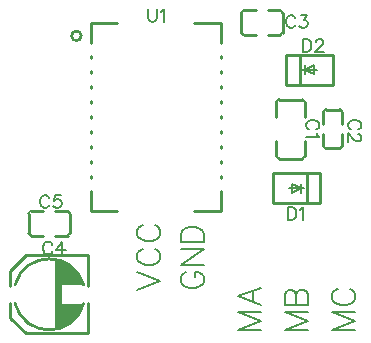
<source format=gto>
G04 Layer: TopSilkLayer*
G04 EasyEDA v6.3.53, 2020-06-26T16:53:54--4:00*
G04 395d111042f2402990e7a52cfaf045f1,10*
G04 Gerber Generator version 0.2*
G04 Scale: 100 percent, Rotated: No, Reflected: No *
G04 Dimensions in millimeters *
G04 leading zeros omitted , absolute positions ,3 integer and 3 decimal *
%FSLAX33Y33*%
%MOMM*%
G90*
G71D02*

%ADD10C,0.254000*%
%ADD23C,0.127000*%
%ADD24C,0.203200*%
%ADD25C,0.152400*%

%LPD*%
G54D10*
G01X19215Y27424D02*
G01X19215Y25715D01*
G01X19215Y24664D02*
G01X19215Y24445D01*
G01X19215Y23394D02*
G01X19215Y23175D01*
G01X19215Y22124D02*
G01X19215Y21905D01*
G01X19215Y20854D02*
G01X19215Y20635D01*
G01X19215Y19584D02*
G01X19215Y19365D01*
G01X19215Y18314D02*
G01X19215Y18095D01*
G01X19215Y17044D02*
G01X19215Y16825D01*
G01X19215Y15774D02*
G01X19215Y15555D01*
G01X19215Y14504D02*
G01X19215Y14285D01*
G01X19215Y13234D02*
G01X19215Y11524D01*
G01X8216Y27424D02*
G01X8216Y25715D01*
G01X8216Y24664D02*
G01X8216Y24445D01*
G01X8216Y23394D02*
G01X8216Y23175D01*
G01X8216Y22124D02*
G01X8216Y21905D01*
G01X8216Y20854D02*
G01X8216Y20635D01*
G01X8216Y19584D02*
G01X8216Y19365D01*
G01X8216Y18314D02*
G01X8216Y18095D01*
G01X8216Y17044D02*
G01X8216Y16825D01*
G01X8216Y15774D02*
G01X8216Y15555D01*
G01X8216Y14504D02*
G01X8216Y14285D01*
G01X8216Y13234D02*
G01X8216Y11524D01*
G01X8216Y11524D02*
G01X10484Y11524D01*
G01X16947Y11524D02*
G01X19215Y11524D01*
G01X8216Y27424D02*
G01X10484Y27424D01*
G01X16947Y27424D02*
G01X19215Y27424D01*
G01X29316Y16824D02*
G01X28116Y16824D01*
G01X29516Y18874D02*
G01X29516Y19874D01*
G01X27915Y18874D02*
G01X27915Y19874D01*
G01X29516Y18074D02*
G01X29516Y17074D01*
G01X27915Y18074D02*
G01X27915Y17074D01*
G01X29316Y20125D02*
G01X28116Y20125D01*
G01X29516Y19925D02*
G01X29516Y19874D01*
G01X27915Y19924D02*
G01X27915Y19874D01*
G01X29516Y17024D02*
G01X29516Y17074D01*
G01X27915Y17025D02*
G01X27915Y17074D01*
G01X8018Y1175D02*
G01X2719Y1175D01*
G01X2719Y7774D02*
G01X8018Y7774D01*
G01X1419Y2475D02*
G01X2719Y1175D01*
G01X1419Y6473D02*
G01X2719Y7774D01*
G01X1419Y6473D02*
G01X1419Y5206D01*
G01X1419Y3743D02*
G01X1419Y2475D01*
G01X8018Y7774D02*
G01X8018Y5206D01*
G01X8018Y3743D02*
G01X8018Y1175D01*
G54D23*
G01X25030Y13474D02*
G01X26300Y13474D01*
G01X25284Y13474D02*
G01X25284Y13093D01*
G01X25284Y13093D02*
G01X26046Y13474D01*
G01X26046Y13474D02*
G01X26046Y13093D01*
G01X25284Y13474D02*
G01X25284Y13855D01*
G01X25284Y13855D02*
G01X26046Y13474D01*
G01X26046Y13474D02*
G01X26046Y13855D01*
G54D10*
G01X27664Y14724D02*
G01X27664Y12225D01*
G01X27664Y12225D02*
G01X23666Y12225D01*
G01X23666Y12225D02*
G01X23666Y14724D01*
G01X23666Y14724D02*
G01X27664Y14724D01*
G01X26521Y14719D02*
G01X26521Y12230D01*
G54D23*
G01X27401Y23474D02*
G01X26131Y23474D01*
G01X27147Y23474D02*
G01X27147Y23855D01*
G01X27147Y23855D02*
G01X26385Y23474D01*
G01X26385Y23474D02*
G01X26385Y23855D01*
G01X27147Y23474D02*
G01X27147Y23093D01*
G01X27147Y23093D02*
G01X26385Y23474D01*
G01X26385Y23474D02*
G01X26385Y23093D01*
G54D10*
G01X24767Y22225D02*
G01X24767Y24724D01*
G01X24767Y24724D02*
G01X28765Y24724D01*
G01X28765Y24724D02*
G01X28765Y22225D01*
G01X28765Y22225D02*
G01X24767Y22225D01*
G01X25910Y22230D02*
G01X25910Y24719D01*
G01X26145Y15958D02*
G01X24146Y15958D01*
G01X26345Y19458D02*
G01X26345Y20658D01*
G01X23946Y19458D02*
G01X23946Y20658D01*
G01X26345Y17458D02*
G01X26345Y16258D01*
G01X23946Y17458D02*
G01X23946Y16258D01*
G01X26145Y20958D02*
G01X24146Y20958D01*
G01X26345Y20758D02*
G01X26345Y20658D01*
G01X23946Y20758D02*
G01X23946Y20658D01*
G01X26345Y16158D02*
G01X26345Y16258D01*
G01X23946Y16158D02*
G01X23946Y16258D01*
G01X24466Y28275D02*
G01X24466Y26674D01*
G01X20965Y28275D02*
G01X20965Y26674D01*
G01X23216Y26434D02*
G01X24265Y26434D01*
G01X23216Y28514D02*
G01X24265Y28514D01*
G01X22216Y26434D02*
G01X21166Y26434D01*
G01X22216Y28514D02*
G01X21166Y28514D01*
G01X20965Y28294D02*
G01X20965Y28275D01*
G01X20965Y28314D02*
G01X20965Y28275D01*
G01X20965Y26634D02*
G01X20965Y26674D01*
G01X24466Y28314D02*
G01X24466Y28275D01*
G01X24466Y26635D02*
G01X24466Y26674D01*
G01X6466Y11275D02*
G01X6466Y9674D01*
G01X2965Y11275D02*
G01X2966Y9674D01*
G01X5216Y9434D02*
G01X6266Y9434D01*
G01X5216Y11514D02*
G01X6266Y11514D01*
G01X4216Y9434D02*
G01X3166Y9434D01*
G01X4216Y11514D02*
G01X3166Y11514D01*
G01X2965Y11294D02*
G01X2965Y11275D01*
G01X2965Y11314D02*
G01X2965Y11275D01*
G01X2966Y9635D02*
G01X2966Y9674D01*
G01X6466Y11314D02*
G01X6466Y11275D01*
G01X6466Y9635D02*
G01X6466Y9674D01*
G54D24*
G01X16319Y6381D02*
G01X16134Y6290D01*
G01X15948Y6105D01*
G01X15857Y5919D01*
G01X15857Y5551D01*
G01X15948Y5365D01*
G01X16134Y5183D01*
G01X16319Y5089D01*
G01X16596Y4997D01*
G01X17056Y4997D01*
G01X17335Y5089D01*
G01X17518Y5183D01*
G01X17703Y5365D01*
G01X17795Y5551D01*
G01X17795Y5919D01*
G01X17703Y6105D01*
G01X17518Y6290D01*
G01X17335Y6381D01*
G01X17056Y6381D01*
G01X17056Y5919D02*
G01X17056Y6381D01*
G01X15857Y6991D02*
G01X17795Y6991D01*
G01X15857Y6991D02*
G01X17795Y8284D01*
G01X15857Y8284D02*
G01X17795Y8284D01*
G01X15857Y8893D02*
G01X17795Y8893D01*
G01X15857Y8893D02*
G01X15857Y9541D01*
G01X15948Y9818D01*
G01X16134Y10003D01*
G01X16319Y10095D01*
G01X16596Y10186D01*
G01X17056Y10186D01*
G01X17335Y10095D01*
G01X17518Y10003D01*
G01X17703Y9818D01*
G01X17795Y9541D01*
G01X17795Y8893D01*
G01X12174Y4869D02*
G01X14112Y5608D01*
G01X12174Y6347D02*
G01X14112Y5608D01*
G01X12636Y8344D02*
G01X12451Y8250D01*
G01X12265Y8067D01*
G01X12174Y7881D01*
G01X12174Y7510D01*
G01X12265Y7328D01*
G01X12451Y7142D01*
G01X12636Y7051D01*
G01X12913Y6957D01*
G01X13373Y6957D01*
G01X13652Y7051D01*
G01X13835Y7142D01*
G01X14020Y7328D01*
G01X14112Y7510D01*
G01X14112Y7881D01*
G01X14020Y8067D01*
G01X13835Y8250D01*
G01X13652Y8344D01*
G01X12636Y10338D02*
G01X12451Y10246D01*
G01X12265Y10061D01*
G01X12174Y9875D01*
G01X12174Y9507D01*
G01X12265Y9322D01*
G01X12451Y9136D01*
G01X12636Y9045D01*
G01X12913Y8953D01*
G01X13373Y8953D01*
G01X13652Y9045D01*
G01X13835Y9136D01*
G01X14020Y9322D01*
G01X14112Y9507D01*
G01X14112Y9875D01*
G01X14020Y10061D01*
G01X13835Y10246D01*
G01X13652Y10338D01*
G01X28666Y1474D02*
G01X30604Y1474D01*
G01X28666Y1474D02*
G01X30604Y2213D01*
G01X28666Y2953D02*
G01X30604Y2213D01*
G01X28666Y2953D02*
G01X30604Y2953D01*
G01X29128Y4947D02*
G01X28943Y4855D01*
G01X28757Y4670D01*
G01X28666Y4487D01*
G01X28666Y4116D01*
G01X28757Y3931D01*
G01X28943Y3748D01*
G01X29128Y3654D01*
G01X29405Y3562D01*
G01X29865Y3562D01*
G01X30144Y3654D01*
G01X30327Y3748D01*
G01X30512Y3931D01*
G01X30604Y4116D01*
G01X30604Y4487D01*
G01X30512Y4670D01*
G01X30327Y4855D01*
G01X30144Y4947D01*
G01X24666Y1474D02*
G01X26604Y1474D01*
G01X24666Y1474D02*
G01X26604Y2213D01*
G01X24666Y2952D02*
G01X26604Y2213D01*
G01X24666Y2952D02*
G01X26604Y2952D01*
G01X24666Y3562D02*
G01X26604Y3562D01*
G01X24666Y3562D02*
G01X24666Y4392D01*
G01X24757Y4669D01*
G01X24849Y4763D01*
G01X25034Y4855D01*
G01X25220Y4855D01*
G01X25405Y4763D01*
G01X25496Y4669D01*
G01X25588Y4392D01*
G01X25588Y3562D02*
G01X25588Y4392D01*
G01X25682Y4669D01*
G01X25773Y4763D01*
G01X25959Y4855D01*
G01X26236Y4855D01*
G01X26421Y4763D01*
G01X26512Y4669D01*
G01X26604Y4392D01*
G01X26604Y3562D01*
G01X20666Y1474D02*
G01X22604Y1474D01*
G01X20666Y1474D02*
G01X22604Y2213D01*
G01X20666Y2953D02*
G01X22604Y2213D01*
G01X20666Y2953D02*
G01X22604Y2953D01*
G01X20666Y4301D02*
G01X22604Y3562D01*
G01X20666Y4301D02*
G01X22604Y5041D01*
G01X21959Y3839D02*
G01X21959Y4764D01*
G54D25*
G01X13080Y28629D02*
G01X13080Y27849D01*
G01X13131Y27694D01*
G01X13235Y27590D01*
G01X13393Y27539D01*
G01X13497Y27539D01*
G01X13652Y27590D01*
G01X13756Y27694D01*
G01X13807Y27849D01*
G01X13807Y28629D01*
G01X14149Y28420D02*
G01X14254Y28474D01*
G01X14411Y28629D01*
G01X14411Y27539D01*
G01X30865Y18441D02*
G01X30970Y18494D01*
G01X31074Y18599D01*
G01X31124Y18700D01*
G01X31124Y18908D01*
G01X31074Y19013D01*
G01X30970Y19117D01*
G01X30865Y19170D01*
G01X30708Y19221D01*
G01X30449Y19221D01*
G01X30294Y19170D01*
G01X30190Y19117D01*
G01X30086Y19013D01*
G01X30035Y18908D01*
G01X30035Y18700D01*
G01X30086Y18599D01*
G01X30190Y18494D01*
G01X30294Y18441D01*
G01X30865Y18047D02*
G01X30916Y18047D01*
G01X31020Y17994D01*
G01X31074Y17943D01*
G01X31124Y17839D01*
G01X31124Y17631D01*
G01X31074Y17527D01*
G01X31020Y17476D01*
G01X30916Y17423D01*
G01X30812Y17423D01*
G01X30708Y17476D01*
G01X30553Y17580D01*
G01X30035Y18098D01*
G01X30035Y17372D01*
G01X4970Y8685D02*
G01X4917Y8789D01*
G01X4813Y8893D01*
G01X4711Y8944D01*
G01X4503Y8944D01*
G01X4399Y8893D01*
G01X4295Y8789D01*
G01X4241Y8685D01*
G01X4191Y8527D01*
G01X4191Y8268D01*
G01X4241Y8113D01*
G01X4295Y8009D01*
G01X4399Y7905D01*
G01X4503Y7854D01*
G01X4711Y7854D01*
G01X4813Y7905D01*
G01X4917Y8009D01*
G01X4970Y8113D01*
G01X5831Y8944D02*
G01X5313Y8217D01*
G01X6093Y8217D01*
G01X5831Y8944D02*
G01X5831Y7854D01*
G01X24892Y11865D02*
G01X24892Y10775D01*
G01X24892Y11865D02*
G01X25255Y11865D01*
G01X25412Y11814D01*
G01X25514Y11710D01*
G01X25567Y11606D01*
G01X25618Y11448D01*
G01X25618Y11189D01*
G01X25567Y11034D01*
G01X25514Y10930D01*
G01X25412Y10826D01*
G01X25255Y10775D01*
G01X24892Y10775D01*
G01X25961Y11657D02*
G01X26065Y11710D01*
G01X26222Y11865D01*
G01X26222Y10775D01*
G01X26162Y26089D02*
G01X26162Y24999D01*
G01X26162Y26089D02*
G01X26525Y26089D01*
G01X26682Y26038D01*
G01X26784Y25934D01*
G01X26837Y25830D01*
G01X26888Y25672D01*
G01X26888Y25413D01*
G01X26837Y25258D01*
G01X26784Y25154D01*
G01X26682Y25050D01*
G01X26525Y24999D01*
G01X26162Y24999D01*
G01X27284Y25830D02*
G01X27284Y25881D01*
G01X27335Y25985D01*
G01X27388Y26038D01*
G01X27492Y26089D01*
G01X27698Y26089D01*
G01X27802Y26038D01*
G01X27856Y25985D01*
G01X27907Y25881D01*
G01X27907Y25776D01*
G01X27856Y25672D01*
G01X27752Y25517D01*
G01X27231Y24999D01*
G01X27960Y24999D01*
G01X27310Y18441D02*
G01X27414Y18494D01*
G01X27518Y18598D01*
G01X27569Y18700D01*
G01X27569Y18908D01*
G01X27518Y19012D01*
G01X27414Y19116D01*
G01X27310Y19170D01*
G01X27152Y19221D01*
G01X26893Y19221D01*
G01X26738Y19170D01*
G01X26634Y19116D01*
G01X26530Y19012D01*
G01X26479Y18908D01*
G01X26479Y18700D01*
G01X26530Y18598D01*
G01X26634Y18494D01*
G01X26738Y18441D01*
G01X27360Y18098D02*
G01X27414Y17994D01*
G01X27569Y17839D01*
G01X26479Y17839D01*
G01X25544Y27862D02*
G01X25491Y27966D01*
G01X25387Y28070D01*
G01X25285Y28121D01*
G01X25077Y28121D01*
G01X24973Y28070D01*
G01X24869Y27966D01*
G01X24815Y27862D01*
G01X24765Y27704D01*
G01X24765Y27445D01*
G01X24815Y27290D01*
G01X24869Y27186D01*
G01X24973Y27082D01*
G01X25077Y27031D01*
G01X25285Y27031D01*
G01X25387Y27082D01*
G01X25491Y27186D01*
G01X25544Y27290D01*
G01X25991Y28121D02*
G01X26563Y28121D01*
G01X26251Y27704D01*
G01X26405Y27704D01*
G01X26510Y27653D01*
G01X26563Y27603D01*
G01X26614Y27445D01*
G01X26614Y27341D01*
G01X26563Y27186D01*
G01X26459Y27082D01*
G01X26301Y27031D01*
G01X26146Y27031D01*
G01X25991Y27082D01*
G01X25938Y27133D01*
G01X25887Y27237D01*
G01X4716Y12622D02*
G01X4663Y12726D01*
G01X4559Y12830D01*
G01X4457Y12881D01*
G01X4249Y12881D01*
G01X4145Y12830D01*
G01X4041Y12726D01*
G01X3987Y12622D01*
G01X3937Y12464D01*
G01X3937Y12205D01*
G01X3987Y12050D01*
G01X4041Y11946D01*
G01X4145Y11842D01*
G01X4249Y11791D01*
G01X4457Y11791D01*
G01X4559Y11842D01*
G01X4663Y11946D01*
G01X4716Y12050D01*
G01X5681Y12881D02*
G01X5163Y12881D01*
G01X5110Y12414D01*
G01X5163Y12464D01*
G01X5318Y12518D01*
G01X5473Y12518D01*
G01X5631Y12464D01*
G01X5735Y12363D01*
G01X5786Y12205D01*
G01X5786Y12101D01*
G01X5735Y11946D01*
G01X5631Y11842D01*
G01X5473Y11791D01*
G01X5318Y11791D01*
G01X5163Y11842D01*
G01X5110Y11893D01*
G01X5059Y11997D01*
G54D10*
G75*
G01X29316Y20125D02*
G02X29516Y19925I0J-200D01*
G01*
G75*
G01X28116Y20125D02*
G03X27916Y19925I0J-200D01*
G01*
G75*
G01X29316Y16825D02*
G03X29516Y17025I0J200D01*
G01*
G75*
G01X28116Y16825D02*
G02X27916Y17025I0J200D01*
G01*
G75*
G01X7616Y5275D02*
G03X1816Y5275I-2900J-800D01*
G01*
G75*
G01X1816Y3675D02*
G03X7616Y3675I2900J800D01*
G01*
G75*
G01X26146Y20959D02*
G02X26346Y20759I0J-200D01*
G01*
G75*
G01X24146Y20959D02*
G03X23946Y20759I0J-200D01*
G01*
G75*
G01X26146Y15959D02*
G03X26346Y16159I0J200D01*
G01*
G75*
G01X24146Y15959D02*
G02X23946Y16159I0J200D01*
G01*
G75*
G01X21166Y28515D02*
G03X20966Y28315I0J-200D01*
G01*
G75*
G01X21166Y26435D02*
G02X20966Y26635I0J200D01*
G01*
G75*
G01X24266Y28515D02*
G02X24466Y28315I0J-200D01*
G01*
G75*
G01X24266Y26435D02*
G03X24466Y26635I0J200D01*
G01*
G75*
G01X3166Y11515D02*
G03X2966Y11315I0J-200D01*
G01*
G75*
G01X3166Y9435D02*
G02X2966Y9635I0J200D01*
G01*
G75*
G01X6266Y11515D02*
G02X6466Y11315I0J-200D01*
G01*
G75*
G01X6266Y9435D02*
G03X6466Y9635I0J200D01*
G01*
G75*
G01X7418Y26358D02*
G03X7418Y26358I-407J0D01*
G01*

%LPD*%
G36*
G01X5816Y7274D02*
G01X5216Y7374D01*
G01X5216Y1474D01*
G01X5716Y1674D01*
G01X6516Y2074D01*
G01X6916Y2374D01*
G01X7116Y2774D01*
G01X7416Y3074D01*
G01X7516Y3474D01*
G01X7616Y3674D01*
G01X5816Y3674D01*
G01X5816Y5274D01*
G01X7616Y5274D01*
G01X7416Y5874D01*
G01X7216Y6274D01*
G01X6916Y6574D01*
G01X6616Y6774D01*
G01X6316Y7074D01*
G01X5816Y7274D01*
G37*
M00*
M02*

</source>
